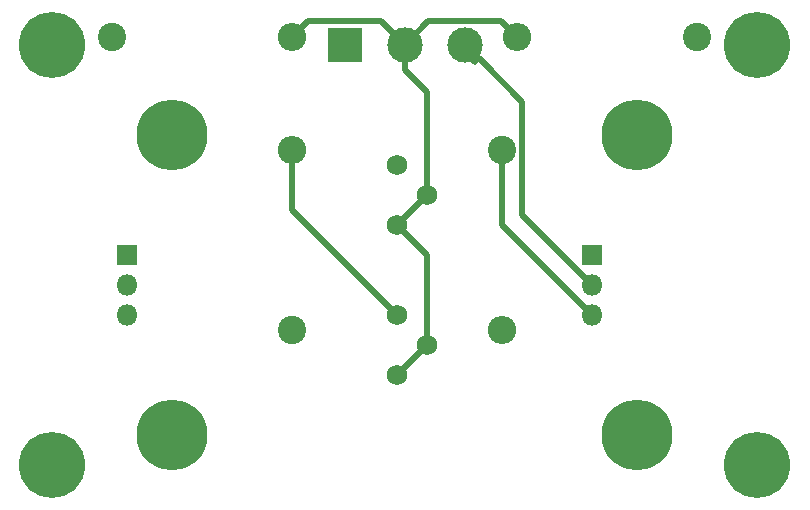
<source format=gbr>
G04 #@! TF.GenerationSoftware,KiCad,Pcbnew,(5.1.4-0-10_14)*
G04 #@! TF.CreationDate,2019-09-24T17:45:29-07:00*
G04 #@! TF.ProjectId,CCS_Tail_x2,4343535f-5461-4696-9c5f-78322e6b6963,3.0*
G04 #@! TF.SameCoordinates,Original*
G04 #@! TF.FileFunction,Copper,L1,Top*
G04 #@! TF.FilePolarity,Positive*
%FSLAX46Y46*%
G04 Gerber Fmt 4.6, Leading zero omitted, Abs format (unit mm)*
G04 Created by KiCad (PCBNEW (5.1.4-0-10_14)) date 2019-09-24 17:45:29*
%MOMM*%
%LPD*%
G04 APERTURE LIST*
%ADD10R,3.000000X3.000000*%
%ADD11C,3.000000*%
%ADD12C,5.600000*%
%ADD13C,1.750000*%
%ADD14C,5.999480*%
%ADD15R,1.800000X1.800000*%
%ADD16O,1.800000X1.800000*%
%ADD17C,2.400000*%
%ADD18O,2.400000X2.400000*%
%ADD19C,0.500000*%
G04 APERTURE END LIST*
D10*
X141605000Y-93980000D03*
D11*
X146685000Y-93980000D03*
X151765000Y-93980000D03*
D12*
X116840000Y-129540000D03*
X176530000Y-129540000D03*
X176530000Y-93980000D03*
X116840000Y-93980000D03*
D13*
X146050000Y-104140000D03*
X148590000Y-106680000D03*
X146050000Y-109220000D03*
X146050000Y-116840000D03*
X148590000Y-119380000D03*
X146050000Y-121920000D03*
D14*
X127000000Y-101600000D03*
X127000000Y-127000000D03*
D15*
X123190000Y-111760000D03*
D16*
X123190000Y-114300000D03*
X123190000Y-116840000D03*
D15*
X162560000Y-111760000D03*
D16*
X162560000Y-114300000D03*
X162560000Y-116840000D03*
D17*
X121920000Y-93345000D03*
D18*
X137160000Y-93345000D03*
D17*
X137160000Y-118110000D03*
D18*
X137160000Y-102870000D03*
D17*
X171450000Y-93345000D03*
D18*
X156210000Y-93345000D03*
D17*
X154940000Y-102870000D03*
D18*
X154940000Y-118110000D03*
D14*
X166370000Y-101600000D03*
X166370000Y-127000000D03*
D19*
X148590000Y-106680000D02*
X146050000Y-109220000D01*
X148590000Y-111760000D02*
X148590000Y-119380000D01*
X146050000Y-109220000D02*
X148590000Y-111760000D01*
X148590000Y-119380000D02*
X146050000Y-121920000D01*
X144684999Y-91979999D02*
X145185001Y-92480001D01*
X145185001Y-92480001D02*
X146685000Y-93980000D01*
X138525001Y-91979999D02*
X144684999Y-91979999D01*
X137160000Y-93345000D02*
X138525001Y-91979999D01*
X155010001Y-92145001D02*
X156210000Y-93345000D01*
X154844999Y-91979999D02*
X155010001Y-92145001D01*
X148685001Y-91979999D02*
X154844999Y-91979999D01*
X146685000Y-93980000D02*
X148685001Y-91979999D01*
X148590000Y-105442564D02*
X148590000Y-106680000D01*
X148590000Y-98006320D02*
X148590000Y-105442564D01*
X146685000Y-96101320D02*
X148590000Y-98006320D01*
X146685000Y-93980000D02*
X146685000Y-96101320D01*
X152629999Y-95479999D02*
X151130000Y-93980000D01*
X156640001Y-108380001D02*
X156640001Y-98855001D01*
X153264999Y-95479999D02*
X151765000Y-93980000D01*
X156640001Y-98855001D02*
X153264999Y-95479999D01*
X162560000Y-114300000D02*
X156640001Y-108380001D01*
X137160000Y-107950000D02*
X146050000Y-116840000D01*
X137160000Y-102870000D02*
X137160000Y-107950000D01*
X154940000Y-109220000D02*
X154940000Y-102870000D01*
X162560000Y-116840000D02*
X154940000Y-109220000D01*
M02*

</source>
